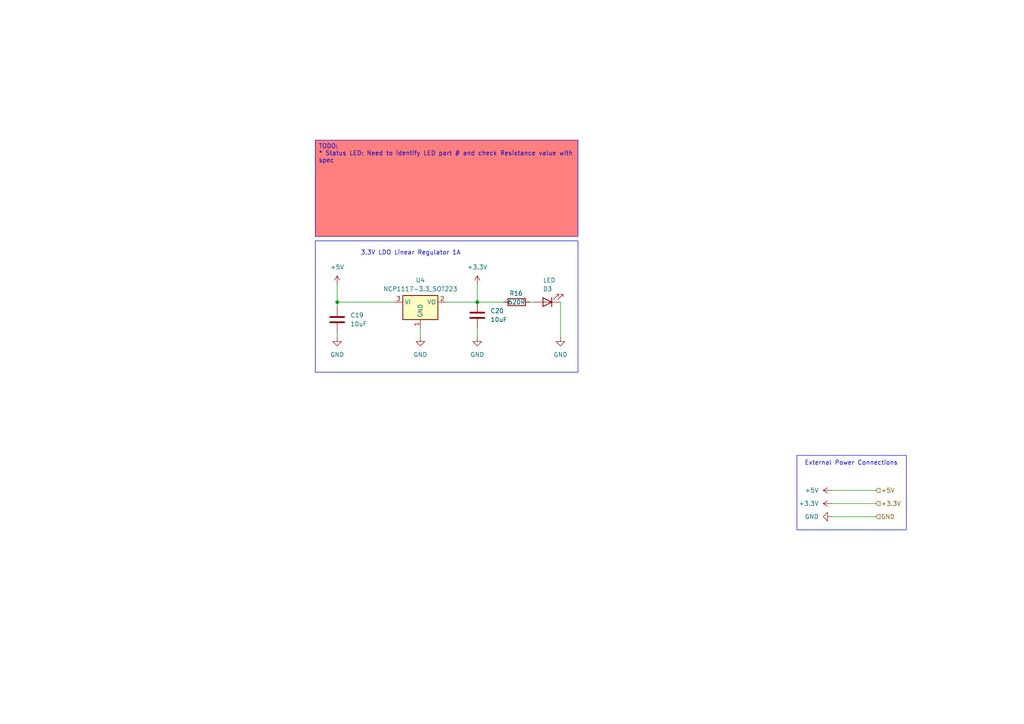
<source format=kicad_sch>
(kicad_sch (version 20231120) (generator "eeschema") (generator_version "8.0")
  (paper "A4")
  (lib_symbols
    (symbol "Device:C" (pin_numbers hide) (pin_names (offset 0.254))
      (property "Reference" "C" (at 0.635 2.54 0))
      (property "Value" "C" (at 0.635 -2.54 0))
      (symbol "C_0_1"
        (polyline (pts (xy -2.032 -0.762) (xy 2.032 -0.762)) (stroke (width 0.508)))
        (polyline (pts (xy -2.032 0.762) (xy 2.032 0.762)) (stroke (width 0.508)))
      )
      (symbol "C_1_1"
        (pin passive line (at 0 3.81 270) (length 2.794) (name "~") (number "1"))
        (pin passive line (at 0 -3.81 90) (length 2.794) (name "~") (number "2"))
      )
    )
    (symbol "Device:LED" (pin_numbers hide) (pin_names (offset 1.016) hide)
      (property "Reference" "D" (at 0 2.54 0))
      (property "Value" "LED" (at 0 -2.54 0))
      (symbol "LED_0_1"
        (polyline (pts (xy -1.27 -1.27) (xy -1.27 1.27)) (stroke (width 0.254)))
        (polyline (pts (xy -1.27 0) (xy 1.27 0)))
        (polyline (pts (xy 1.27 -1.27) (xy 1.27 1.27) (xy -1.27 0) (xy 1.27 -1.27)) (stroke (width 0.254)))
        (polyline (pts (xy -3.048 -0.762) (xy -4.572 -2.286) (xy -3.81 -2.286) (xy -4.572 -2.286) (xy -4.572 -1.524)))
        (polyline (pts (xy -1.778 -0.762) (xy -3.302 -2.286) (xy -2.54 -2.286) (xy -3.302 -2.286) (xy -3.302 -1.524)))
      )
      (symbol "LED_1_1"
        (pin passive line (at -3.81 0 0) (length 2.54) (name "K") (number "1"))
        (pin passive line (at 3.81 0 180) (length 2.54) (name "A") (number "2"))
      )
    )
    (symbol "Device:R" (pin_numbers hide) (pin_names (offset 0))
      (property "Reference" "R" (at 2.032 0 90))
      (property "Value" "R" (at 0 0 90))
      (symbol "R_0_1"
        (rectangle (start -1.016 -2.54) (end 1.016 2.54) (stroke (width 0.254)))
      )
      (symbol "R_1_1"
        (pin passive line (at 0 3.81 270) (length 1.27) (name "~") (number "1"))
        (pin passive line (at 0 -3.81 90) (length 1.27) (name "~") (number "2"))
      )
    )
    (symbol "Regulator_Linear:NCP1117-3.3_SOT223"
      (property "Reference" "U" (at -3.81 3.175 0))
      (property "Value" "NCP1117-3.3_SOT223" (at 0 3.175 0))
      (symbol "NCP1117-3.3_SOT223_0_1"
        (rectangle (start -5.08 -5.08) (end 5.08 1.905) (stroke (width 0.254)) (fill (type background)))
      )
      (symbol "NCP1117-3.3_SOT223_1_1"
        (pin power_in line (at 0 -7.62 90) (length 2.54) (name "GND") (number "1"))
        (pin power_out line (at 7.62 0 180) (length 2.54) (name "VO") (number "2"))
        (pin power_in line (at -7.62 0 0) (length 2.54) (name "VI") (number "3"))
      )
    )
    (symbol "power:+24V" (power) (pin_numbers hide) (pin_names (offset 0) hide)
      (property "Value" "+24V" (at 0 3.556 0))
      (symbol "+24V_0_1"
        (polyline (pts (xy -0.762 1.27) (xy 0 2.54)))
        (polyline (pts (xy 0 0) (xy 0 2.54)))
        (polyline (pts (xy 0 2.54) (xy 0.762 1.27)))
      )
      (symbol "+24V_1_1"
        (pin power_in line (at 0 0 90) (length 0) (name "~") (number "1"))
      )
    )
    (symbol "power:+5V" (power) (pin_numbers hide) (pin_names (offset 0) hide)
      (property "Value" "+5V" (at 0 3.556 0))
      (symbol "+5V_0_1"
        (polyline (pts (xy -0.762 1.27) (xy 0 2.54)))
        (polyline (pts (xy 0 0) (xy 0 2.54)))
        (polyline (pts (xy 0 2.54) (xy 0.762 1.27)))
      )
      (symbol "+5V_1_1"
        (pin power_in line (at 0 0 90) (length 0) (name "~") (number "1"))
      )
    )
    (symbol "power:GND" (power) (pin_numbers hide) (pin_names (offset 0) hide)
      (property "Value" "GND" (at 0 -3.81 0))
      (symbol "GND_0_1"
        (polyline (pts (xy 0 0) (xy 0 -1.27) (xy 1.27 -1.27) (xy 0 -2.54) (xy -1.27 -1.27) (xy 0 -1.27)))
      )
      (symbol "GND_1_1"
        (pin power_in line (at 0 0 270) (length 0) (name "~") (number "1"))
      )
    )
  )
  (junction (at 97.79 87.63))
  (junction (at 138.43 87.63))
  (wire (pts (xy 241.3 142.24) (xy 254 142.24)))
  (wire (pts (xy 138.43 97.79) (xy 138.43 95.25)))
  (wire (pts (xy 97.79 88.9) (xy 97.79 87.63)))
  (wire (pts (xy 121.92 97.79) (xy 121.92 95.25)))
  (wire (pts (xy 138.43 87.63) (xy 146.05 87.63)))
  (wire (pts (xy 241.3 146.05) (xy 254 146.05)))
  (wire (pts (xy 97.79 97.79) (xy 97.79 96.52)))
  (wire (pts (xy 97.79 87.63) (xy 114.3 87.63)))
  (wire (pts (xy 97.79 82.55) (xy 97.79 87.63)))
  (wire (pts (xy 162.56 97.79) (xy 162.56 87.63)))
  (wire (pts (xy 241.3 149.86) (xy 254 149.86)))
  (wire (pts (xy 153.67 87.63) (xy 154.94 87.63)))
  (wire (pts (xy 138.43 82.55) (xy 138.43 87.63)))
  (wire (pts (xy 138.43 87.63) (xy 129.54 87.63)))
  (rectangle (start 91.44 69.85) (end 167.64 107.95))
  (rectangle (start 231.14 132.08) (end 262.89 153.67))
  (text_box "TODO:\n* Status LED: Need to identify LED part # and check Resistance value with spec" (at 91.44 40.64 0) (size 76.2 27.94) (fill (type color) (color 255 0 0 0.5)) (effects (font (size 1.27 1.27)) (justify left top)))
  (text "External Power Connections" (at 246.888 134.366 0) (effects (font (size 1.27 1.27))))
  (text "3.3V LDO Linear Regulator 1A" (at 119.126 73.406 0) (effects (font (size 1.27 1.27))))
  (hierarchical_label "+3.3V" (shape input) (at 254 146.05 0))
  (hierarchical_label "+5V" (shape input) (at 254 142.24 0))
  (hierarchical_label "GND" (shape input) (at 254 149.86 0))
  (symbol (lib_id "power:GND") (at 241.3 149.86 270) (unit 1)
    (property "Reference" "#PWR036" (effects (hide yes)))
    (property "Value" "GND" (at 237.49 149.8599 90) (effects (justify right)))
    (property "Description" "Power symbol creates a global label with name \"GND\" , ground" (effects (hide yes)))
  )
  (symbol (lib_id "power:+24V") (at 241.3 146.05 90) (unit 1)
    (property "Reference" "#PWR035" (effects (hide yes)))
    (property "Value" "+3.3V" (at 237.49 146.0499 90) (effects (justify left)))
    (property "Description" "Power symbol creates a global label with name \"+24V\"" (effects (hide yes)))
  )
  (symbol (lib_id "power:GND") (at 97.79 97.79 0) (unit 1)
    (property "Reference" "#PWR017" (effects (hide yes)))
    (property "Value" "GND" (at 97.79 102.87 0))
    (property "Description" "Power symbol creates a global label with name \"GND\" , ground" (effects (hide yes)))
  )
  (symbol (lib_id "Device:C") (at 97.79 92.71 0) (unit 1)
    (property "Reference" "C19" (at 101.6 91.4399 0) (effects (justify left)))
    (property "Value" "10uF" (at 101.6 93.9799 0) (effects (justify left)))
    (property "Description" "Unpolarized capacitor" (effects (hide yes)))
  )
  (symbol (lib_id "power:+24V") (at 138.43 82.55 0) (unit 1)
    (property "Reference" "#PWR030" (effects (hide yes)))
    (property "Value" "+3.3V" (at 138.43 77.47 0))
    (property "Description" "Power symbol creates a global label with name \"+24V\"" (effects (hide yes)))
  )
  (symbol (lib_id "Device:LED") (at 158.75 87.63 180) (unit 1)
    (property "Reference" "D3" (at 157.48 83.82 0) (effects (justify right)))
    (property "Value" "LED" (at 157.48 81.28 0) (effects (justify right)))
    (property "Description" "Light emitting diode" (effects (hide yes)))
  )
  (symbol (lib_id "power:+5V") (at 97.79 82.55 0) (unit 1)
    (property "Reference" "#PWR014" (effects (hide yes)))
    (property "Value" "+5V" (at 97.79 77.47 0))
    (property "Description" "Power symbol creates a global label with name \"+5V\"" (effects (hide yes)))
  )
  (symbol (lib_id "power:GND") (at 121.92 97.79 0) (unit 1)
    (property "Reference" "#PWR020" (effects (hide yes)))
    (property "Value" "GND" (at 121.92 102.87 0))
    (property "Description" "Power symbol creates a global label with name \"GND\" , ground" (effects (hide yes)))
  )
  (symbol (lib_id "Device:R") (at 149.86 87.63 90) (unit 1)
    (property "Reference" "R16" (at 151.638 85.09 90) (effects (justify left)))
    (property "Value" "620R" (at 152.4 87.63 90) (effects (justify left)))
    (property "Description" "Resistor" (effects (hide yes)))
  )
  (symbol (lib_id "Device:C") (at 138.43 91.44 0) (unit 1)
    (property "Reference" "C20" (at 142.24 90.1699 0) (effects (justify left)))
    (property "Value" "10uF" (at 142.24 92.7099 0) (effects (justify left)))
    (property "Description" "Unpolarized capacitor" (effects (hide yes)))
  )
  (symbol (lib_id "power:GND") (at 138.43 97.79 0) (unit 1)
    (property "Reference" "#PWR027" (effects (hide yes)))
    (property "Value" "GND" (at 138.43 102.87 0))
    (property "Description" "Power symbol creates a global label with name \"GND\" , ground" (effects (hide yes)))
  )
  (symbol (lib_id "power:+5V") (at 241.3 142.24 90) (unit 1)
    (property "Reference" "#PWR034" (effects (hide yes)))
    (property "Value" "+5V" (at 237.49 142.2399 90) (effects (justify left)))
    (property "Description" "Power symbol creates a global label with name \"+5V\"" (effects (hide yes)))
  )
  (symbol (lib_id "Regulator_Linear:NCP1117-3.3_SOT223") (at 121.92 87.63 0) (unit 1)
    (property "Reference" "U4" (at 121.92 81.28 0))
    (property "Value" "NCP1117-3.3_SOT223" (at 121.92 83.82 0))
    (property "Footprint" "Package_TO_SOT_SMD:SOT-223-3_TabPin2" (effects (hide yes)))
    (property "Datasheet" "http://www.onsemi.com/pub_link/Collateral/NCP1117-D.PDF" (effects (hide yes)))
    (property "Description" "1A Low drop-out regulator, Fixed Output 3.3V, SOT-223" (effects (hide yes)))
  )
  (symbol (lib_id "power:GND") (at 162.56 97.79 0) (unit 1)
    (property "Reference" "#PWR033" (effects (hide yes)))
    (property "Value" "GND" (at 162.56 102.87 0))
    (property "Description" "Power symbol creates a global label with name \"GND\" , ground" (effects (hide yes)))
  )
)
</source>
